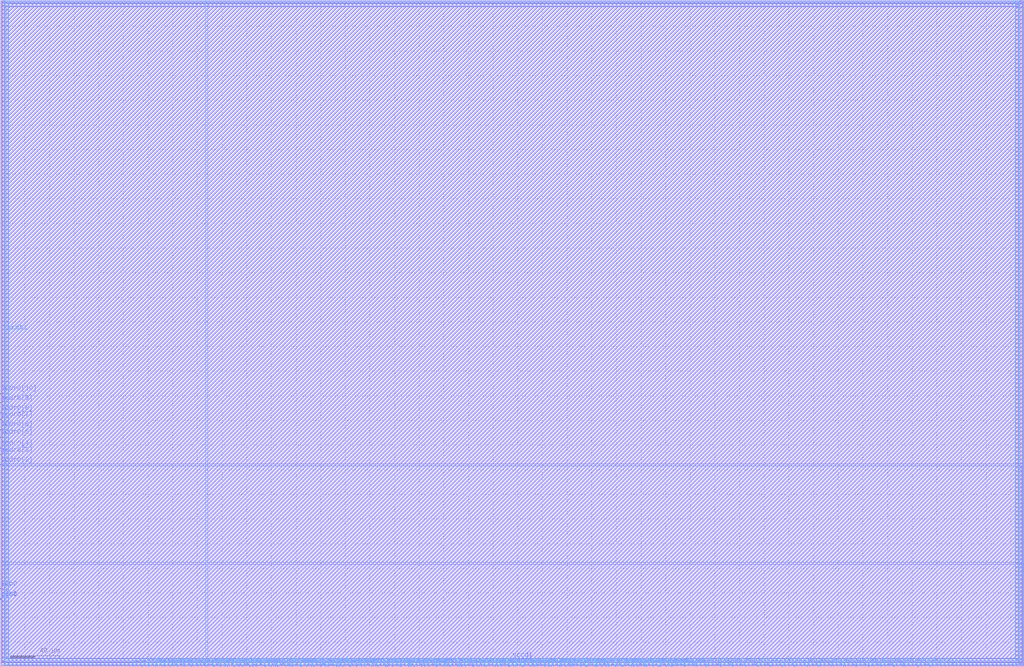
<source format=lef>
VERSION 5.4 ;
NAMESCASESENSITIVE ON ;
BUSBITCHARS "[]" ;
DIVIDERCHAR "/" ;
UNITS
  DATABASE MICRONS 1000 ;
END UNITS
MACRO sky130_sram_8kbyte_1rw_64x1024_8
   CLASS BLOCK ;
   SIZE 830.66 BY 541.66 ;
   SYMMETRY X Y R90 ;
   PIN din0[0]
      DIRECTION INPUT ;
      PORT
         LAYER met4 ;
         RECT  167.28 0.0 167.66 1.06 ;
      END
   END din0[0]
   PIN din0[1]
      DIRECTION INPUT ;
      PORT
         LAYER met4 ;
         RECT  172.72 0.0 173.1 1.06 ;
      END
   END din0[1]
   PIN din0[2]
      DIRECTION INPUT ;
      PORT
         LAYER met4 ;
         RECT  178.16 0.0 178.54 1.06 ;
      END
   END din0[2]
   PIN din0[3]
      DIRECTION INPUT ;
      PORT
         LAYER met4 ;
         RECT  184.28 0.0 184.66 1.06 ;
      END
   END din0[3]
   PIN din0[4]
      DIRECTION INPUT ;
      PORT
         LAYER met4 ;
         RECT  189.72 0.0 190.1 1.06 ;
      END
   END din0[4]
   PIN din0[5]
      DIRECTION INPUT ;
      PORT
         LAYER met4 ;
         RECT  196.52 0.0 196.9 1.06 ;
      END
   END din0[5]
   PIN din0[6]
      DIRECTION INPUT ;
      PORT
         LAYER met4 ;
         RECT  202.64 0.0 203.02 1.06 ;
      END
   END din0[6]
   PIN din0[7]
      DIRECTION INPUT ;
      PORT
         LAYER met4 ;
         RECT  207.4 0.0 207.78 1.06 ;
      END
   END din0[7]
   PIN din0[8]
      DIRECTION INPUT ;
      PORT
         LAYER met4 ;
         RECT  214.2 0.0 214.58 1.06 ;
      END
   END din0[8]
   PIN din0[9]
      DIRECTION INPUT ;
      PORT
         LAYER met4 ;
         RECT  219.64 0.0 220.02 1.06 ;
      END
   END din0[9]
   PIN din0[10]
      DIRECTION INPUT ;
      PORT
         LAYER met4 ;
         RECT  225.08 0.0 225.46 1.06 ;
      END
   END din0[10]
   PIN din0[11]
      DIRECTION INPUT ;
      PORT
         LAYER met4 ;
         RECT  231.88 0.0 232.26 1.06 ;
      END
   END din0[11]
   PIN din0[12]
      DIRECTION INPUT ;
      PORT
         LAYER met4 ;
         RECT  236.64 0.0 237.02 1.06 ;
      END
   END din0[12]
   PIN din0[13]
      DIRECTION INPUT ;
      PORT
         LAYER met4 ;
         RECT  243.44 0.0 243.82 1.06 ;
      END
   END din0[13]
   PIN din0[14]
      DIRECTION INPUT ;
      PORT
         LAYER met4 ;
         RECT  248.88 0.0 249.26 1.06 ;
      END
   END din0[14]
   PIN din0[15]
      DIRECTION INPUT ;
      PORT
         LAYER met4 ;
         RECT  254.32 0.0 254.7 1.06 ;
      END
   END din0[15]
   PIN din0[16]
      DIRECTION INPUT ;
      PORT
         LAYER met4 ;
         RECT  259.76 0.0 260.14 1.06 ;
      END
   END din0[16]
   PIN din0[17]
      DIRECTION INPUT ;
      PORT
         LAYER met4 ;
         RECT  265.88 0.0 266.26 1.06 ;
      END
   END din0[17]
   PIN din0[18]
      DIRECTION INPUT ;
      PORT
         LAYER met4 ;
         RECT  272.68 0.0 273.06 1.06 ;
      END
   END din0[18]
   PIN din0[19]
      DIRECTION INPUT ;
      PORT
         LAYER met4 ;
         RECT  278.12 0.0 278.5 1.06 ;
      END
   END din0[19]
   PIN din0[20]
      DIRECTION INPUT ;
      PORT
         LAYER met4 ;
         RECT  283.56 0.0 283.94 1.06 ;
      END
   END din0[20]
   PIN din0[21]
      DIRECTION INPUT ;
      PORT
         LAYER met4 ;
         RECT  289.0 0.0 289.38 1.06 ;
      END
   END din0[21]
   PIN din0[22]
      DIRECTION INPUT ;
      PORT
         LAYER met4 ;
         RECT  295.8 0.0 296.18 1.06 ;
      END
   END din0[22]
   PIN din0[23]
      DIRECTION INPUT ;
      PORT
         LAYER met4 ;
         RECT  301.24 0.0 301.62 1.06 ;
      END
   END din0[23]
   PIN din0[24]
      DIRECTION INPUT ;
      PORT
         LAYER met4 ;
         RECT  306.68 0.0 307.06 1.06 ;
      END
   END din0[24]
   PIN din0[25]
      DIRECTION INPUT ;
      PORT
         LAYER met4 ;
         RECT  312.8 0.0 313.18 1.06 ;
      END
   END din0[25]
   PIN din0[26]
      DIRECTION INPUT ;
      PORT
         LAYER met4 ;
         RECT  318.24 0.0 318.62 1.06 ;
      END
   END din0[26]
   PIN din0[27]
      DIRECTION INPUT ;
      PORT
         LAYER met4 ;
         RECT  325.04 0.0 325.42 1.06 ;
      END
   END din0[27]
   PIN din0[28]
      DIRECTION INPUT ;
      PORT
         LAYER met4 ;
         RECT  331.16 0.0 331.54 1.06 ;
      END
   END din0[28]
   PIN din0[29]
      DIRECTION INPUT ;
      PORT
         LAYER met4 ;
         RECT  335.92 0.0 336.3 1.06 ;
      END
   END din0[29]
   PIN din0[30]
      DIRECTION INPUT ;
      PORT
         LAYER met4 ;
         RECT  342.04 0.0 342.42 1.06 ;
      END
   END din0[30]
   PIN din0[31]
      DIRECTION INPUT ;
      PORT
         LAYER met4 ;
         RECT  347.48 0.0 347.86 1.06 ;
      END
   END din0[31]
   PIN din0[32]
      DIRECTION INPUT ;
      PORT
         LAYER met4 ;
         RECT  354.28 0.0 354.66 1.06 ;
      END
   END din0[32]
   PIN din0[33]
      DIRECTION INPUT ;
      PORT
         LAYER met4 ;
         RECT  359.72 0.0 360.1 1.06 ;
      END
   END din0[33]
   PIN din0[34]
      DIRECTION INPUT ;
      PORT
         LAYER met4 ;
         RECT  365.16 0.0 365.54 1.06 ;
      END
   END din0[34]
   PIN din0[35]
      DIRECTION INPUT ;
      PORT
         LAYER met4 ;
         RECT  371.96 0.0 372.34 1.06 ;
      END
   END din0[35]
   PIN din0[36]
      DIRECTION INPUT ;
      PORT
         LAYER met4 ;
         RECT  377.4 0.0 377.78 1.06 ;
      END
   END din0[36]
   PIN din0[37]
      DIRECTION INPUT ;
      PORT
         LAYER met4 ;
         RECT  382.84 0.0 383.22 1.06 ;
      END
   END din0[37]
   PIN din0[38]
      DIRECTION INPUT ;
      PORT
         LAYER met4 ;
         RECT  388.28 0.0 388.66 1.06 ;
      END
   END din0[38]
   PIN din0[39]
      DIRECTION INPUT ;
      PORT
         LAYER met4 ;
         RECT  394.4 0.0 394.78 1.06 ;
      END
   END din0[39]
   PIN din0[40]
      DIRECTION INPUT ;
      PORT
         LAYER met4 ;
         RECT  401.2 0.0 401.58 1.06 ;
      END
   END din0[40]
   PIN din0[41]
      DIRECTION INPUT ;
      PORT
         LAYER met4 ;
         RECT  406.64 0.0 407.02 1.06 ;
      END
   END din0[41]
   PIN din0[42]
      DIRECTION INPUT ;
      PORT
         LAYER met4 ;
         RECT  412.08 0.0 412.46 1.06 ;
      END
   END din0[42]
   PIN din0[43]
      DIRECTION INPUT ;
      PORT
         LAYER met4 ;
         RECT  417.52 0.0 417.9 1.06 ;
      END
   END din0[43]
   PIN din0[44]
      DIRECTION INPUT ;
      PORT
         LAYER met4 ;
         RECT  423.64 0.0 424.02 1.06 ;
      END
   END din0[44]
   PIN din0[45]
      DIRECTION INPUT ;
      PORT
         LAYER met4 ;
         RECT  430.44 0.0 430.82 1.06 ;
      END
   END din0[45]
   PIN din0[46]
      DIRECTION INPUT ;
      PORT
         LAYER met4 ;
         RECT  435.88 0.0 436.26 1.06 ;
      END
   END din0[46]
   PIN din0[47]
      DIRECTION INPUT ;
      PORT
         LAYER met4 ;
         RECT  441.32 0.0 441.7 1.06 ;
      END
   END din0[47]
   PIN din0[48]
      DIRECTION INPUT ;
      PORT
         LAYER met4 ;
         RECT  446.76 0.0 447.14 1.06 ;
      END
   END din0[48]
   PIN din0[49]
      DIRECTION INPUT ;
      PORT
         LAYER met4 ;
         RECT  453.56 0.0 453.94 1.06 ;
      END
   END din0[49]
   PIN din0[50]
      DIRECTION INPUT ;
      PORT
         LAYER met4 ;
         RECT  459.0 0.0 459.38 1.06 ;
      END
   END din0[50]
   PIN din0[51]
      DIRECTION INPUT ;
      PORT
         LAYER met4 ;
         RECT  464.44 0.0 464.82 1.06 ;
      END
   END din0[51]
   PIN din0[52]
      DIRECTION INPUT ;
      PORT
         LAYER met4 ;
         RECT  471.24 0.0 471.62 1.06 ;
      END
   END din0[52]
   PIN din0[53]
      DIRECTION INPUT ;
      PORT
         LAYER met4 ;
         RECT  476.0 0.0 476.38 1.06 ;
      END
   END din0[53]
   PIN din0[54]
      DIRECTION INPUT ;
      PORT
         LAYER met4 ;
         RECT  482.8 0.0 483.18 1.06 ;
      END
   END din0[54]
   PIN din0[55]
      DIRECTION INPUT ;
      PORT
         LAYER met4 ;
         RECT  488.24 0.0 488.62 1.06 ;
      END
   END din0[55]
   PIN din0[56]
      DIRECTION INPUT ;
      PORT
         LAYER met4 ;
         RECT  493.68 0.0 494.06 1.06 ;
      END
   END din0[56]
   PIN din0[57]
      DIRECTION INPUT ;
      PORT
         LAYER met4 ;
         RECT  499.12 0.0 499.5 1.06 ;
      END
   END din0[57]
   PIN din0[58]
      DIRECTION INPUT ;
      PORT
         LAYER met4 ;
         RECT  505.24 0.0 505.62 1.06 ;
      END
   END din0[58]
   PIN din0[59]
      DIRECTION INPUT ;
      PORT
         LAYER met4 ;
         RECT  512.04 0.0 512.42 1.06 ;
      END
   END din0[59]
   PIN din0[60]
      DIRECTION INPUT ;
      PORT
         LAYER met4 ;
         RECT  517.48 0.0 517.86 1.06 ;
      END
   END din0[60]
   PIN din0[61]
      DIRECTION INPUT ;
      PORT
         LAYER met4 ;
         RECT  522.92 0.0 523.3 1.06 ;
      END
   END din0[61]
   PIN din0[62]
      DIRECTION INPUT ;
      PORT
         LAYER met4 ;
         RECT  529.72 0.0 530.1 1.06 ;
      END
   END din0[62]
   PIN din0[63]
      DIRECTION INPUT ;
      PORT
         LAYER met4 ;
         RECT  535.16 0.0 535.54 1.06 ;
      END
   END din0[63]
   PIN din0[64]
      DIRECTION INPUT ;
      PORT
         LAYER met4 ;
         RECT  540.6 0.0 540.98 1.06 ;
      END
   END din0[64]
   PIN addr0[0]
      DIRECTION INPUT ;
      PORT
         LAYER met4 ;
         RECT  108.12 0.0 108.5 1.06 ;
      END
   END addr0[0]
   PIN addr0[1]
      DIRECTION INPUT ;
      PORT
         LAYER met4 ;
         RECT  114.92 0.0 115.3 1.06 ;
      END
   END addr0[1]
   PIN addr0[2]
      DIRECTION INPUT ;
      PORT
         LAYER met3 ;
         RECT  0.0 163.88 1.06 164.26 ;
      END
   END addr0[2]
   PIN addr0[3]
      DIRECTION INPUT ;
      PORT
         LAYER met3 ;
         RECT  0.0 172.04 1.06 172.42 ;
      END
   END addr0[3]
   PIN addr0[4]
      DIRECTION INPUT ;
      PORT
         LAYER met3 ;
         RECT  0.0 177.48 1.06 177.86 ;
      END
   END addr0[4]
   PIN addr0[5]
      DIRECTION INPUT ;
      PORT
         LAYER met3 ;
         RECT  0.0 186.32 1.06 186.7 ;
      END
   END addr0[5]
   PIN addr0[6]
      DIRECTION INPUT ;
      PORT
         LAYER met3 ;
         RECT  0.0 192.44 1.06 192.82 ;
      END
   END addr0[6]
   PIN addr0[7]
      DIRECTION INPUT ;
      PORT
         LAYER met3 ;
         RECT  0.0 200.6 1.06 200.98 ;
      END
   END addr0[7]
   PIN addr0[8]
      DIRECTION INPUT ;
      PORT
         LAYER met3 ;
         RECT  0.0 206.04 1.06 206.42 ;
      END
   END addr0[8]
   PIN addr0[9]
      DIRECTION INPUT ;
      PORT
         LAYER met3 ;
         RECT  0.0 214.2 1.06 214.58 ;
      END
   END addr0[9]
   PIN addr0[10]
      DIRECTION INPUT ;
      PORT
         LAYER met3 ;
         RECT  0.0 221.68 1.06 222.06 ;
      END
   END addr0[10]
   PIN csb0
      DIRECTION INPUT ;
      PORT
         LAYER met3 ;
         RECT  0.0 54.4 1.06 54.78 ;
      END
   END csb0
   PIN web0
      DIRECTION INPUT ;
      PORT
         LAYER met3 ;
         RECT  0.0 63.24 1.06 63.62 ;
      END
   END web0
   PIN clk0
      DIRECTION INPUT ;
      PORT
         LAYER met3 ;
         RECT  0.0 55.08 1.06 55.46 ;
      END
   END clk0
   PIN wmask0[0]
      DIRECTION INPUT ;
      PORT
         LAYER met4 ;
         RECT  120.36 0.0 120.74 1.06 ;
      END
   END wmask0[0]
   PIN wmask0[1]
      DIRECTION INPUT ;
      PORT
         LAYER met4 ;
         RECT  125.8 0.0 126.18 1.06 ;
      END
   END wmask0[1]
   PIN wmask0[2]
      DIRECTION INPUT ;
      PORT
         LAYER met4 ;
         RECT  132.6 0.0 132.98 1.06 ;
      END
   END wmask0[2]
   PIN wmask0[3]
      DIRECTION INPUT ;
      PORT
         LAYER met4 ;
         RECT  138.04 0.0 138.42 1.06 ;
      END
   END wmask0[3]
   PIN wmask0[4]
      DIRECTION INPUT ;
      PORT
         LAYER met4 ;
         RECT  143.48 0.0 143.86 1.06 ;
      END
   END wmask0[4]
   PIN wmask0[5]
      DIRECTION INPUT ;
      PORT
         LAYER met4 ;
         RECT  148.92 0.0 149.3 1.06 ;
      END
   END wmask0[5]
   PIN wmask0[6]
      DIRECTION INPUT ;
      PORT
         LAYER met4 ;
         RECT  155.04 0.0 155.42 1.06 ;
      END
   END wmask0[6]
   PIN wmask0[7]
      DIRECTION INPUT ;
      PORT
         LAYER met4 ;
         RECT  160.48 0.0 160.86 1.06 ;
      END
   END wmask0[7]
   PIN spare_wen0
      DIRECTION INPUT ;
      PORT
         LAYER met4 ;
         RECT  546.04 0.0 546.42 1.06 ;
      END
   END spare_wen0
   PIN dout0[0]
      DIRECTION OUTPUT ;
      PORT
         LAYER met4 ;
         RECT  173.4 0.0 173.78 1.06 ;
      END
   END dout0[0]
   PIN dout0[1]
      DIRECTION OUTPUT ;
      PORT
         LAYER met4 ;
         RECT  182.24 0.0 182.62 1.06 ;
      END
   END dout0[1]
   PIN dout0[2]
      DIRECTION OUTPUT ;
      PORT
         LAYER met4 ;
         RECT  193.8 0.0 194.18 1.06 ;
      END
   END dout0[2]
   PIN dout0[3]
      DIRECTION OUTPUT ;
      PORT
         LAYER met4 ;
         RECT  204.68 0.0 205.06 1.06 ;
      END
   END dout0[3]
   PIN dout0[4]
      DIRECTION OUTPUT ;
      PORT
         LAYER met4 ;
         RECT  214.88 0.0 215.26 1.06 ;
      END
   END dout0[4]
   PIN dout0[5]
      DIRECTION OUTPUT ;
      PORT
         LAYER met4 ;
         RECT  223.04 0.0 223.42 1.06 ;
      END
   END dout0[5]
   PIN dout0[6]
      DIRECTION OUTPUT ;
      PORT
         LAYER met4 ;
         RECT  234.6 0.0 234.98 1.06 ;
      END
   END dout0[6]
   PIN dout0[7]
      DIRECTION OUTPUT ;
      PORT
         LAYER met4 ;
         RECT  244.12 0.0 244.5 1.06 ;
      END
   END dout0[7]
   PIN dout0[8]
      DIRECTION OUTPUT ;
      PORT
         LAYER met4 ;
         RECT  252.28 0.0 252.66 1.06 ;
      END
   END dout0[8]
   PIN dout0[9]
      DIRECTION OUTPUT ;
      PORT
         LAYER met4 ;
         RECT  263.84 0.0 264.22 1.06 ;
      END
   END dout0[9]
   PIN dout0[10]
      DIRECTION OUTPUT ;
      PORT
         LAYER met4 ;
         RECT  274.72 0.0 275.1 1.06 ;
      END
   END dout0[10]
   PIN dout0[11]
      DIRECTION OUTPUT ;
      PORT
         LAYER met4 ;
         RECT  284.24 0.0 284.62 1.06 ;
      END
   END dout0[11]
   PIN dout0[12]
      DIRECTION OUTPUT ;
      PORT
         LAYER met4 ;
         RECT  293.08 0.0 293.46 1.06 ;
      END
   END dout0[12]
   PIN dout0[13]
      DIRECTION OUTPUT ;
      PORT
         LAYER met4 ;
         RECT  304.64 0.0 305.02 1.06 ;
      END
   END dout0[13]
   PIN dout0[14]
      DIRECTION OUTPUT ;
      PORT
         LAYER met4 ;
         RECT  314.16 0.0 314.54 1.06 ;
      END
   END dout0[14]
   PIN dout0[15]
      DIRECTION OUTPUT ;
      PORT
         LAYER met4 ;
         RECT  324.36 0.0 324.74 1.06 ;
      END
   END dout0[15]
   PIN dout0[16]
      DIRECTION OUTPUT ;
      PORT
         LAYER met4 ;
         RECT  333.2 0.0 333.58 1.06 ;
      END
   END dout0[16]
   PIN dout0[17]
      DIRECTION OUTPUT ;
      PORT
         LAYER met4 ;
         RECT  344.08 0.0 344.46 1.06 ;
      END
   END dout0[17]
   PIN dout0[18]
      DIRECTION OUTPUT ;
      PORT
         LAYER met4 ;
         RECT  353.6 0.0 353.98 1.06 ;
      END
   END dout0[18]
   PIN dout0[19]
      DIRECTION OUTPUT ;
      PORT
         LAYER met4 ;
         RECT  363.12 0.0 363.5 1.06 ;
      END
   END dout0[19]
   PIN dout0[20]
      DIRECTION OUTPUT ;
      PORT
         LAYER met4 ;
         RECT  374.68 0.0 375.06 1.06 ;
      END
   END dout0[20]
   PIN dout0[21]
      DIRECTION OUTPUT ;
      PORT
         LAYER met4 ;
         RECT  384.2 0.0 384.58 1.06 ;
      END
   END dout0[21]
   PIN dout0[22]
      DIRECTION OUTPUT ;
      PORT
         LAYER met4 ;
         RECT  392.36 0.0 392.74 1.06 ;
      END
   END dout0[22]
   PIN dout0[23]
      DIRECTION OUTPUT ;
      PORT
         LAYER met4 ;
         RECT  403.92 0.0 404.3 1.06 ;
      END
   END dout0[23]
   PIN dout0[24]
      DIRECTION OUTPUT ;
      PORT
         LAYER met4 ;
         RECT  413.44 0.0 413.82 1.06 ;
      END
   END dout0[24]
   PIN dout0[25]
      DIRECTION OUTPUT ;
      PORT
         LAYER met4 ;
         RECT  424.32 0.0 424.7 1.06 ;
      END
   END dout0[25]
   PIN dout0[26]
      DIRECTION OUTPUT ;
      PORT
         LAYER met4 ;
         RECT  433.16 0.0 433.54 1.06 ;
      END
   END dout0[26]
   PIN dout0[27]
      DIRECTION OUTPUT ;
      PORT
         LAYER met4 ;
         RECT  444.72 0.0 445.1 1.06 ;
      END
   END dout0[27]
   PIN dout0[28]
      DIRECTION OUTPUT ;
      PORT
         LAYER met4 ;
         RECT  454.92 0.0 455.3 1.06 ;
      END
   END dout0[28]
   PIN dout0[29]
      DIRECTION OUTPUT ;
      PORT
         LAYER met4 ;
         RECT  462.4 0.0 462.78 1.06 ;
      END
   END dout0[29]
   PIN dout0[30]
      DIRECTION OUTPUT ;
      PORT
         LAYER met4 ;
         RECT  474.64 0.0 475.02 1.06 ;
      END
   END dout0[30]
   PIN dout0[31]
      DIRECTION OUTPUT ;
      PORT
         LAYER met4 ;
         RECT  484.16 0.0 484.54 1.06 ;
      END
   END dout0[31]
   PIN dout0[32]
      DIRECTION OUTPUT ;
      PORT
         LAYER met4 ;
         RECT  491.64 0.0 492.02 1.06 ;
      END
   END dout0[32]
   PIN dout0[33]
      DIRECTION OUTPUT ;
      PORT
         LAYER met4 ;
         RECT  503.88 0.0 504.26 1.06 ;
      END
   END dout0[33]
   PIN dout0[34]
      DIRECTION OUTPUT ;
      PORT
         LAYER met4 ;
         RECT  514.08 0.0 514.46 1.06 ;
      END
   END dout0[34]
   PIN dout0[35]
      DIRECTION OUTPUT ;
      PORT
         LAYER met4 ;
         RECT  524.28 0.0 524.66 1.06 ;
      END
   END dout0[35]
   PIN dout0[36]
      DIRECTION OUTPUT ;
      PORT
         LAYER met4 ;
         RECT  534.48 0.0 534.86 1.06 ;
      END
   END dout0[36]
   PIN dout0[37]
      DIRECTION OUTPUT ;
      PORT
         LAYER met4 ;
         RECT  544.68 0.0 545.06 1.06 ;
      END
   END dout0[37]
   PIN dout0[38]
      DIRECTION OUTPUT ;
      PORT
         LAYER met4 ;
         RECT  554.88 0.0 555.26 1.06 ;
      END
   END dout0[38]
   PIN dout0[39]
      DIRECTION OUTPUT ;
      PORT
         LAYER met4 ;
         RECT  564.4 0.0 564.78 1.06 ;
      END
   END dout0[39]
   PIN dout0[40]
      DIRECTION OUTPUT ;
      PORT
         LAYER met4 ;
         RECT  573.24 0.0 573.62 1.06 ;
      END
   END dout0[40]
   PIN dout0[41]
      DIRECTION OUTPUT ;
      PORT
         LAYER met4 ;
         RECT  584.12 0.0 584.5 1.06 ;
      END
   END dout0[41]
   PIN dout0[42]
      DIRECTION OUTPUT ;
      PORT
         LAYER met4 ;
         RECT  594.32 0.0 594.7 1.06 ;
      END
   END dout0[42]
   PIN dout0[43]
      DIRECTION OUTPUT ;
      PORT
         LAYER met4 ;
         RECT  604.52 0.0 604.9 1.06 ;
      END
   END dout0[43]
   PIN dout0[44]
      DIRECTION OUTPUT ;
      PORT
         LAYER met4 ;
         RECT  614.72 0.0 615.1 1.06 ;
      END
   END dout0[44]
   PIN dout0[45]
      DIRECTION OUTPUT ;
      PORT
         LAYER met4 ;
         RECT  624.92 0.0 625.3 1.06 ;
      END
   END dout0[45]
   PIN dout0[46]
      DIRECTION OUTPUT ;
      PORT
         LAYER met4 ;
         RECT  634.44 0.0 634.82 1.06 ;
      END
   END dout0[46]
   PIN dout0[47]
      DIRECTION OUTPUT ;
      PORT
         LAYER met4 ;
         RECT  644.64 0.0 645.02 1.06 ;
      END
   END dout0[47]
   PIN dout0[48]
      DIRECTION OUTPUT ;
      PORT
         LAYER met4 ;
         RECT  654.84 0.0 655.22 1.06 ;
      END
   END dout0[48]
   PIN dout0[49]
      DIRECTION OUTPUT ;
      PORT
         LAYER met4 ;
         RECT  664.36 0.0 664.74 1.06 ;
      END
   END dout0[49]
   PIN dout0[50]
      DIRECTION OUTPUT ;
      PORT
         LAYER met4 ;
         RECT  674.56 0.0 674.94 1.06 ;
      END
   END dout0[50]
   PIN dout0[51]
      DIRECTION OUTPUT ;
      PORT
         LAYER met4 ;
         RECT  684.08 0.0 684.46 1.06 ;
      END
   END dout0[51]
   PIN dout0[52]
      DIRECTION OUTPUT ;
      PORT
         LAYER met4 ;
         RECT  694.28 0.0 694.66 1.06 ;
      END
   END dout0[52]
   PIN dout0[53]
      DIRECTION OUTPUT ;
      PORT
         LAYER met4 ;
         RECT  704.48 0.0 704.86 1.06 ;
      END
   END dout0[53]
   PIN dout0[54]
      DIRECTION OUTPUT ;
      PORT
         LAYER met4 ;
         RECT  714.68 0.0 715.06 1.06 ;
      END
   END dout0[54]
   PIN dout0[55]
      DIRECTION OUTPUT ;
      PORT
         LAYER met4 ;
         RECT  724.88 0.0 725.26 1.06 ;
      END
   END dout0[55]
   PIN dout0[56]
      DIRECTION OUTPUT ;
      PORT
         LAYER met4 ;
         RECT  733.04 0.0 733.42 1.06 ;
      END
   END dout0[56]
   PIN dout0[57]
      DIRECTION OUTPUT ;
      PORT
         LAYER met4 ;
         RECT  744.6 0.0 744.98 1.06 ;
      END
   END dout0[57]
   PIN dout0[58]
      DIRECTION OUTPUT ;
      PORT
         LAYER met4 ;
         RECT  754.8 0.0 755.18 1.06 ;
      END
   END dout0[58]
   PIN dout0[59]
      DIRECTION OUTPUT ;
      PORT
         LAYER met3 ;
         RECT  829.6 83.64 830.66 84.02 ;
      END
   END dout0[59]
   PIN dout0[60]
      DIRECTION OUTPUT ;
      PORT
         LAYER met3 ;
         RECT  829.6 78.88 830.66 79.26 ;
      END
   END dout0[60]
   PIN dout0[61]
      DIRECTION OUTPUT ;
      PORT
         LAYER met3 ;
         RECT  829.6 82.96 830.66 83.34 ;
      END
   END dout0[61]
   PIN dout0[62]
      DIRECTION OUTPUT ;
      PORT
         LAYER met3 ;
         RECT  829.6 76.84 830.66 77.22 ;
      END
   END dout0[62]
   PIN dout0[63]
      DIRECTION OUTPUT ;
      PORT
         LAYER met3 ;
         RECT  829.6 82.28 830.66 82.66 ;
      END
   END dout0[63]
   PIN dout0[64]
      DIRECTION OUTPUT ;
      PORT
         LAYER met3 ;
         RECT  829.6 80.24 830.66 80.62 ;
      END
   END dout0[64]
   PIN vccd1
      DIRECTION INOUT ;
      USE POWER ; 
      SHAPE ABUTMENT ; 
      PORT
         LAYER met3 ;
         RECT  4.76 536.52 825.9 538.26 ;
         LAYER met3 ;
         RECT  4.76 4.76 825.9 6.5 ;
         LAYER met4 ;
         RECT  824.16 4.76 825.9 538.26 ;
         LAYER met4 ;
         RECT  4.76 4.76 6.5 538.26 ;
      END
   END vccd1
   PIN vssd1
      DIRECTION INOUT ;
      USE GROUND ; 
      SHAPE ABUTMENT ; 
      PORT
         LAYER met4 ;
         RECT  827.56 1.36 829.3 541.66 ;
         LAYER met3 ;
         RECT  1.36 539.92 829.3 541.66 ;
         LAYER met4 ;
         RECT  1.36 1.36 3.1 541.66 ;
         LAYER met3 ;
         RECT  1.36 1.36 829.3 3.1 ;
      END
   END vssd1
   OBS
   LAYER  met1 ;
      RECT  0.62 0.62 830.04 541.04 ;
   LAYER  met2 ;
      RECT  0.62 0.62 830.04 541.04 ;
   LAYER  met3 ;
      RECT  1.66 163.28 830.04 164.86 ;
      RECT  0.62 164.86 1.66 171.44 ;
      RECT  0.62 173.02 1.66 176.88 ;
      RECT  0.62 178.46 1.66 185.72 ;
      RECT  0.62 187.3 1.66 191.84 ;
      RECT  0.62 193.42 1.66 200.0 ;
      RECT  0.62 201.58 1.66 205.44 ;
      RECT  0.62 207.02 1.66 213.6 ;
      RECT  0.62 215.18 1.66 221.08 ;
      RECT  0.62 64.22 1.66 163.28 ;
      RECT  0.62 56.06 1.66 62.64 ;
      RECT  1.66 83.04 829.0 84.62 ;
      RECT  1.66 84.62 829.0 163.28 ;
      RECT  829.0 84.62 830.04 163.28 ;
      RECT  829.0 77.82 830.04 78.28 ;
      RECT  829.0 81.22 830.04 81.68 ;
      RECT  1.66 164.86 4.16 535.92 ;
      RECT  1.66 535.92 4.16 538.86 ;
      RECT  4.16 164.86 826.5 535.92 ;
      RECT  826.5 164.86 830.04 535.92 ;
      RECT  826.5 535.92 830.04 538.86 ;
      RECT  1.66 4.16 4.16 7.1 ;
      RECT  1.66 7.1 4.16 83.04 ;
      RECT  4.16 7.1 826.5 83.04 ;
      RECT  826.5 4.16 829.0 7.1 ;
      RECT  826.5 7.1 829.0 83.04 ;
      RECT  0.62 222.66 0.76 539.32 ;
      RECT  0.62 539.32 0.76 541.04 ;
      RECT  0.76 222.66 1.66 539.32 ;
      RECT  1.66 538.86 4.16 539.32 ;
      RECT  4.16 538.86 826.5 539.32 ;
      RECT  826.5 538.86 829.9 539.32 ;
      RECT  829.9 538.86 830.04 539.32 ;
      RECT  829.9 539.32 830.04 541.04 ;
      RECT  0.62 0.62 0.76 0.76 ;
      RECT  0.62 0.76 0.76 3.7 ;
      RECT  0.62 3.7 0.76 53.8 ;
      RECT  0.76 0.62 1.66 0.76 ;
      RECT  0.76 3.7 1.66 53.8 ;
      RECT  829.0 0.62 829.9 0.76 ;
      RECT  829.0 3.7 829.9 76.24 ;
      RECT  829.9 0.62 830.04 0.76 ;
      RECT  829.9 0.76 830.04 3.7 ;
      RECT  829.9 3.7 830.04 76.24 ;
      RECT  1.66 0.62 4.16 0.76 ;
      RECT  1.66 3.7 4.16 4.16 ;
      RECT  4.16 0.62 826.5 0.76 ;
      RECT  4.16 3.7 826.5 4.16 ;
      RECT  826.5 0.62 829.0 0.76 ;
      RECT  826.5 3.7 829.0 4.16 ;
   LAYER  met4 ;
      RECT  166.68 1.66 168.26 541.04 ;
      RECT  168.26 0.62 172.12 1.66 ;
      RECT  185.26 0.62 189.12 1.66 ;
      RECT  197.5 0.62 202.04 1.66 ;
      RECT  208.38 0.62 213.6 1.66 ;
      RECT  226.06 0.62 231.28 1.66 ;
      RECT  237.62 0.62 242.84 1.66 ;
      RECT  255.3 0.62 259.16 1.66 ;
      RECT  266.86 0.62 272.08 1.66 ;
      RECT  279.1 0.62 282.96 1.66 ;
      RECT  296.78 0.62 300.64 1.66 ;
      RECT  307.66 0.62 312.2 1.66 ;
      RECT  326.02 0.62 330.56 1.66 ;
      RECT  336.9 0.62 341.44 1.66 ;
      RECT  355.26 0.62 359.12 1.66 ;
      RECT  366.14 0.62 371.36 1.66 ;
      RECT  378.38 0.62 382.24 1.66 ;
      RECT  395.38 0.62 400.6 1.66 ;
      RECT  407.62 0.62 411.48 1.66 ;
      RECT  418.5 0.62 423.04 1.66 ;
      RECT  436.86 0.62 440.72 1.66 ;
      RECT  447.74 0.62 452.96 1.66 ;
      RECT  465.42 0.62 470.64 1.66 ;
      RECT  476.98 0.62 482.2 1.66 ;
      RECT  494.66 0.62 498.52 1.66 ;
      RECT  506.22 0.62 511.44 1.66 ;
      RECT  518.46 0.62 522.32 1.66 ;
      RECT  536.14 0.62 540.0 1.66 ;
      RECT  109.1 0.62 114.32 1.66 ;
      RECT  115.9 0.62 119.76 1.66 ;
      RECT  121.34 0.62 125.2 1.66 ;
      RECT  126.78 0.62 132.0 1.66 ;
      RECT  133.58 0.62 137.44 1.66 ;
      RECT  139.02 0.62 142.88 1.66 ;
      RECT  144.46 0.62 148.32 1.66 ;
      RECT  149.9 0.62 154.44 1.66 ;
      RECT  156.02 0.62 159.88 1.66 ;
      RECT  161.46 0.62 166.68 1.66 ;
      RECT  174.38 0.62 177.56 1.66 ;
      RECT  179.14 0.62 181.64 1.66 ;
      RECT  183.22 0.62 183.68 1.66 ;
      RECT  190.7 0.62 193.2 1.66 ;
      RECT  194.78 0.62 195.92 1.66 ;
      RECT  203.62 0.62 204.08 1.66 ;
      RECT  205.66 0.62 206.8 1.66 ;
      RECT  215.86 0.62 219.04 1.66 ;
      RECT  220.62 0.62 222.44 1.66 ;
      RECT  224.02 0.62 224.48 1.66 ;
      RECT  232.86 0.62 234.0 1.66 ;
      RECT  235.58 0.62 236.04 1.66 ;
      RECT  245.1 0.62 248.28 1.66 ;
      RECT  249.86 0.62 251.68 1.66 ;
      RECT  253.26 0.62 253.72 1.66 ;
      RECT  260.74 0.62 263.24 1.66 ;
      RECT  264.82 0.62 265.28 1.66 ;
      RECT  273.66 0.62 274.12 1.66 ;
      RECT  275.7 0.62 277.52 1.66 ;
      RECT  285.22 0.62 288.4 1.66 ;
      RECT  289.98 0.62 292.48 1.66 ;
      RECT  294.06 0.62 295.2 1.66 ;
      RECT  302.22 0.62 304.04 1.66 ;
      RECT  305.62 0.62 306.08 1.66 ;
      RECT  315.14 0.62 317.64 1.66 ;
      RECT  319.22 0.62 323.76 1.66 ;
      RECT  332.14 0.62 332.6 1.66 ;
      RECT  334.18 0.62 335.32 1.66 ;
      RECT  343.02 0.62 343.48 1.66 ;
      RECT  345.06 0.62 346.88 1.66 ;
      RECT  348.46 0.62 353.0 1.66 ;
      RECT  360.7 0.62 362.52 1.66 ;
      RECT  364.1 0.62 364.56 1.66 ;
      RECT  372.94 0.62 374.08 1.66 ;
      RECT  375.66 0.62 376.8 1.66 ;
      RECT  385.18 0.62 387.68 1.66 ;
      RECT  389.26 0.62 391.76 1.66 ;
      RECT  393.34 0.62 393.8 1.66 ;
      RECT  402.18 0.62 403.32 1.66 ;
      RECT  404.9 0.62 406.04 1.66 ;
      RECT  414.42 0.62 416.92 1.66 ;
      RECT  425.3 0.62 429.84 1.66 ;
      RECT  431.42 0.62 432.56 1.66 ;
      RECT  434.14 0.62 435.28 1.66 ;
      RECT  442.3 0.62 444.12 1.66 ;
      RECT  445.7 0.62 446.16 1.66 ;
      RECT  455.9 0.62 458.4 1.66 ;
      RECT  459.98 0.62 461.8 1.66 ;
      RECT  463.38 0.62 463.84 1.66 ;
      RECT  472.22 0.62 474.04 1.66 ;
      RECT  485.14 0.62 487.64 1.66 ;
      RECT  489.22 0.62 491.04 1.66 ;
      RECT  492.62 0.62 493.08 1.66 ;
      RECT  500.1 0.62 503.28 1.66 ;
      RECT  513.02 0.62 513.48 1.66 ;
      RECT  515.06 0.62 516.88 1.66 ;
      RECT  525.26 0.62 529.12 1.66 ;
      RECT  530.7 0.62 533.88 1.66 ;
      RECT  541.58 0.62 544.08 1.66 ;
      RECT  547.02 0.62 554.28 1.66 ;
      RECT  555.86 0.62 563.8 1.66 ;
      RECT  565.38 0.62 572.64 1.66 ;
      RECT  574.22 0.62 583.52 1.66 ;
      RECT  585.1 0.62 593.72 1.66 ;
      RECT  595.3 0.62 603.92 1.66 ;
      RECT  605.5 0.62 614.12 1.66 ;
      RECT  615.7 0.62 624.32 1.66 ;
      RECT  625.9 0.62 633.84 1.66 ;
      RECT  635.42 0.62 644.04 1.66 ;
      RECT  645.62 0.62 654.24 1.66 ;
      RECT  655.82 0.62 663.76 1.66 ;
      RECT  665.34 0.62 673.96 1.66 ;
      RECT  675.54 0.62 683.48 1.66 ;
      RECT  685.06 0.62 693.68 1.66 ;
      RECT  695.26 0.62 703.88 1.66 ;
      RECT  705.46 0.62 714.08 1.66 ;
      RECT  715.66 0.62 724.28 1.66 ;
      RECT  725.86 0.62 732.44 1.66 ;
      RECT  734.02 0.62 744.0 1.66 ;
      RECT  745.58 0.62 754.2 1.66 ;
      RECT  168.26 1.66 823.56 4.16 ;
      RECT  168.26 4.16 823.56 538.86 ;
      RECT  168.26 538.86 823.56 541.04 ;
      RECT  823.56 1.66 826.5 4.16 ;
      RECT  823.56 538.86 826.5 541.04 ;
      RECT  4.16 1.66 7.1 4.16 ;
      RECT  4.16 538.86 7.1 541.04 ;
      RECT  7.1 1.66 166.68 4.16 ;
      RECT  7.1 4.16 166.68 538.86 ;
      RECT  7.1 538.86 166.68 541.04 ;
      RECT  755.78 0.62 826.96 0.76 ;
      RECT  755.78 0.76 826.96 1.66 ;
      RECT  826.96 0.62 829.9 0.76 ;
      RECT  829.9 0.62 830.04 0.76 ;
      RECT  829.9 0.76 830.04 1.66 ;
      RECT  826.5 1.66 826.96 4.16 ;
      RECT  829.9 1.66 830.04 4.16 ;
      RECT  826.5 4.16 826.96 538.86 ;
      RECT  829.9 4.16 830.04 538.86 ;
      RECT  826.5 538.86 826.96 541.04 ;
      RECT  829.9 538.86 830.04 541.04 ;
      RECT  0.62 0.62 0.76 0.76 ;
      RECT  0.62 0.76 0.76 1.66 ;
      RECT  0.76 0.62 3.7 0.76 ;
      RECT  3.7 0.62 107.52 0.76 ;
      RECT  3.7 0.76 107.52 1.66 ;
      RECT  0.62 1.66 0.76 4.16 ;
      RECT  3.7 1.66 4.16 4.16 ;
      RECT  0.62 4.16 0.76 538.86 ;
      RECT  3.7 4.16 4.16 538.86 ;
      RECT  0.62 538.86 0.76 541.04 ;
      RECT  3.7 538.86 4.16 541.04 ;
   END
END    sky130_sram_8kbyte_1rw_64x1024_8
END    LIBRARY

</source>
